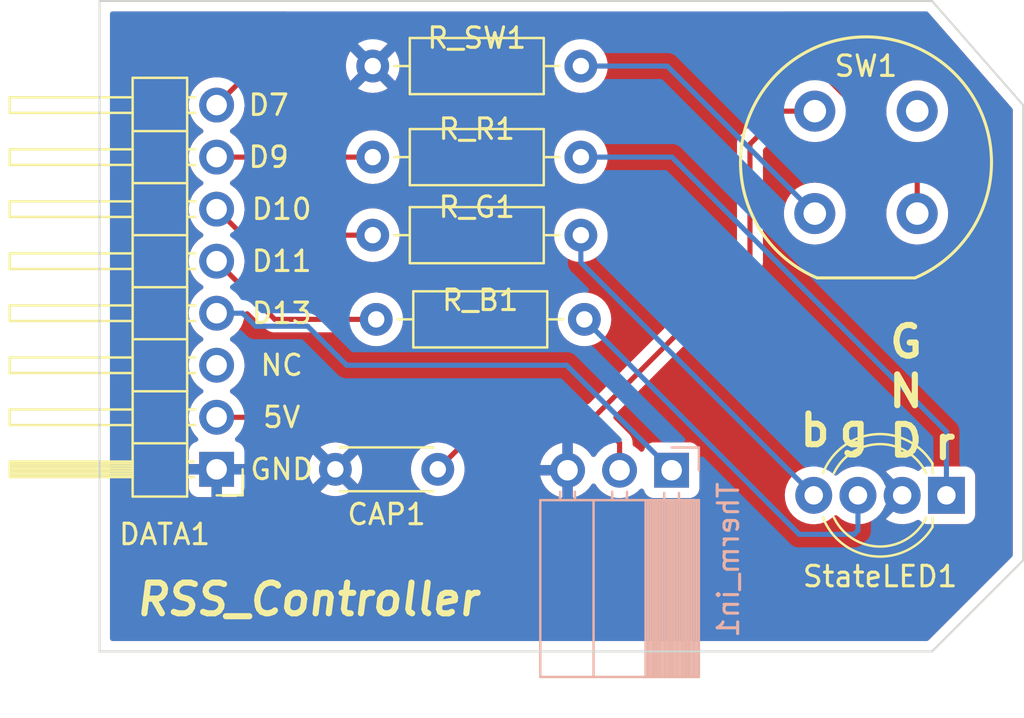
<source format=kicad_pcb>
(kicad_pcb (version 20211014) (generator pcbnew)
  (layers (0 "F.Cu" signal) (31 "B.Cu" signal) (34 "B.Paste" user) (35 "F.Paste" user) (36 "B.SilkS" user "B.Silkscreen") (37 "F.SilkS" user "F.Silkscreen") (38 "B.Mask" user) (39 "F.Mask" user) (44 "Edge.Cuts" user))
  (net 0 "")
  (net 1 "GND")
  (net 2 "+5V")
  (net 4 "D13(T)")
  (net 5 "D11(B)")
  (net 6 "D10(G)")
  (net 7 "D9(R)")
  (net 8 "D7(B)")
  (net 9 "Net-(R_B1-Pad1)")
  (net 10 "Net-(StateLED1-Pad4)")
  (net 11 "Net-(StateLED1-Pad1)")
  (net 12 "Net-(SW1-Pad3)")
  (footprint "LED_THT:LED_D5.0mm-4_RGB_Wide_Pins" (layer "F.Cu") (at 161.355 100.33 180)
    (fp_text reference "StateLED1" (at 3.2385 -3.96) (layer "F.SilkS"))
    (fp_text value "LED_RGBK")
    (fp_line (start 0.6785 -1.545) (end 0.6785 -1.08) (layer "F.SilkS") (width 0.12))
    (fp_line (start 0.6785 1.08) (end 0.6785 1.545) (layer "F.SilkS") (width 0.12))
    (fp_arc (start 6.026315 1.080827) (mid 3.496956 2.978808) (end 0.6785 1.54483) (layer "F.SilkS") (width 0.12))
    (fp_arc (start 0.983816 -1.08) (mid 3.238262 -2.5) (end 5.492979 -1.080429) (layer "F.SilkS") (width 0.12))
    (fp_arc (start 0.6785 -1.54483) (mid 3.496956 -2.978809) (end 6.026315 -1.080827) (layer "F.SilkS") (width 0.12))
    (fp_arc (start 5.492979 1.080429) (mid 3.238262 2.5) (end 0.983816 1.08) (layer "F.SilkS") (width 0.12))
    (pad "1" thru_hole rect (at 0 0 180) (size 1.8 1.8) (drill 0.9) (layers *.Cu *.Mask) (net 11 "Net-(StateLED1-Pad1)"))
    (pad "2" thru_hole circle (at 2.159 0 180) (size 1.8 1.8) (drill 0.9) (layers *.Cu *.Mask) (net 1 "GND"))
    (pad "3" thru_hole circle (at 4.318 0 180) (size 1.8 1.8) (drill 0.9) (layers *.Cu *.Mask) (net 9 "Net-(R_B1-Pad1)"))
    (pad "4" thru_hole circle (at 6.477 0 180) (size 1.8 1.8) (drill 0.9) (layers *.Cu *.Mask) (net 10 "Net-(StateLED1-Pad4)"))
  )
  (footprint "Resistor_THT:R_Axial_DIN0207_L6.3mm_D2.5mm_P10.16mm_Horizontal" (layer "F.Cu") (at 143.68 91.74 180)
    (fp_text reference "R_B1" (at 5.08 0.935) (layer "F.SilkS"))
    (fp_text value "220")
    (fp_line (start 9.12 0) (end 8.35 0) (layer "F.SilkS") (width 0.12))
    (fp_line (start 1.81 -1.37) (end 1.81 1.37) (layer "F.SilkS") (width 0.12))
    (fp_line (start 1.81 1.37) (end 8.35 1.37) (layer "F.SilkS") (width 0.12))
    (fp_line (start 8.35 -1.37) (end 1.81 -1.37) (layer "F.SilkS") (width 0.12))
    (fp_line (start 1.04 0) (end 1.81 0) (layer "F.SilkS") (width 0.12))
    (fp_line (start 8.35 1.37) (end 8.35 -1.37) (layer "F.SilkS") (width 0.12))
    (pad "1" thru_hole circle (at 0 0 180) (size 1.6 1.6) (drill 0.8) (layers *.Cu *.Mask) (net 9 "Net-(R_B1-Pad1)"))
    (pad "2" thru_hole oval (at 10.16 0 180) (size 1.6 1.6) (drill 0.8) (layers *.Cu *.Mask) (net 5 "D11(B)"))
  )
  (footprint "Resistor_THT:R_Axial_DIN0207_L6.3mm_D2.5mm_P10.16mm_Horizontal" (layer "F.Cu") (at 143.51 83.82 180)
    (fp_text reference "R_R1" (at 5.08 1.37) (layer "F.SilkS"))
    (fp_text value "220")
    (fp_line (start 1.81 -1.37) (end 1.81 1.37) (layer "F.SilkS") (width 0.12))
    (fp_line (start 8.35 -1.37) (end 1.81 -1.37) (layer "F.SilkS") (width 0.12))
    (fp_line (start 1.04 0) (end 1.81 0) (layer "F.SilkS") (width 0.12))
    (fp_line (start 1.81 1.37) (end 8.35 1.37) (layer "F.SilkS") (width 0.12))
    (fp_line (start 9.12 0) (end 8.35 0) (layer "F.SilkS") (width 0.12))
    (fp_line (start 8.35 1.37) (end 8.35 -1.37) (layer "F.SilkS") (width 0.12))
    (pad "1" thru_hole circle (at 0 0 180) (size 1.6 1.6) (drill 0.8) (layers *.Cu *.Mask) (net 11 "Net-(StateLED1-Pad1)"))
    (pad "2" thru_hole oval (at 10.16 0 180) (size 1.6 1.6) (drill 0.8) (layers *.Cu *.Mask) (net 7 "D9(R)"))
  )
  (footprint "Capacitor_THT:C_Disc_D4.3mm_W1.9mm_P5.00mm" (layer "F.Cu") (at 136.525 99.06 180)
    (fp_text reference "CAP1" (at 2.5 -2.2) (layer "F.SilkS"))
    (fp_text value "C_Small")
    (fp_line (start 0.23 1.07) (end 4.77 1.07) (layer "F.SilkS") (width 0.12))
    (fp_line (start 4.77 -1.07) (end 4.77 -1.055) (layer "F.SilkS") (width 0.12))
    (fp_line (start 0.23 -1.07) (end 0.23 -1.055) (layer "F.SilkS") (width 0.12))
    (fp_line (start 4.77 1.055) (end 4.77 1.07) (layer "F.SilkS") (width 0.12))
    (fp_line (start 0.23 1.055) (end 0.23 1.07) (layer "F.SilkS") (width 0.12))
    (fp_line (start 0.23 -1.07) (end 4.77 -1.07) (layer "F.SilkS") (width 0.12))
    (pad "1" thru_hole circle (at 0 0 180) (size 1.6 1.6) (drill 0.8) (layers *.Cu *.Mask) (net 2 "+5V"))
    (pad "2" thru_hole circle (at 5 0 180) (size 1.6 1.6) (drill 0.8) (layers *.Cu *.Mask) (net 1 "GND"))
  )
  (footprint "Button_Switch_THT:Push_E-Switch_KS01Q01" (layer "F.Cu") (at 154.93 81.576258)
    (fp_text reference "SW1" (at 2.496283 -2.201258) (layer "F.SilkS"))
    (fp_text value "SW_Push_Dual")
    (fp_line (start 4.89 8.14) (end 0.11 8.14) (layer "F.SilkS") (width 0.15))
    (fp_arc (start 0.11 8.14) (mid 2.496283 -3.625495) (end 4.896843 8.137095) (layer "F.SilkS") (width 0.15))
    (pad "1" thru_hole circle (at 0 0) (size 2 2) (drill 1.1) (layers *.Cu *.Mask) (net 2 "+5V"))
    (pad "2" thru_hole circle (at 5 0) (size 2 2) (drill 1.1) (layers *.Cu *.Mask))
    (pad "3" thru_hole circle (at 0 5) (size 2 2) (drill 1.1) (layers *.Cu *.Mask) (net 12 "Net-(SW1-Pad3)"))
    (pad "4" thru_hole circle (at 5 5) (size 2 2) (drill 1.1) (layers *.Cu *.Mask) (net 8 "D7(B)"))
  )
  (footprint "Connector_PinHeader_2.54mm:PinHeader_1x08_P2.54mm_Horizontal" (layer "F.Cu") (at 125.73 99.06 180)
    (fp_text reference "DATA1" (at 2.54 -3.175) (layer "F.SilkS"))
    (fp_text value "DATA")
    (fp_line (start 10.1 2.16) (end 10.1 2.92) (layer "F.SilkS") (width 0.12))
    (fp_line (start 4.1 0.04) (end 10.1 0.04) (layer "F.SilkS") (width 0.12))
    (fp_line (start 4.1 19.11) (end 4.1 -1.33) (layer "F.SilkS") (width 0.12))
    (fp_line (start 1.042929 13.08) (end 1.44 13.08) (layer "F.SilkS") (width 0.12))
    (fp_line (start 1.11 0.38) (end 1.44 0.38) (layer "F.SilkS") (width 0.12))
    (fp_line (start 4.1 -0.32) (end 10.1 -0.32) (layer "F.SilkS") (width 0.12))
    (fp_line (start 10.1 2.92) (end 4.1 2.92) (layer "F.SilkS") (width 0.12))
    (fp_line (start 10.1 9.78) (end 10.1 10.54) (layer "F.SilkS") (width 0.12))
    (fp_line (start 10.1 4.7) (end 10.1 5.46) (layer "F.SilkS") (width 0.12))
    (fp_line (start 10.1 12.32) (end 10.1 13.08) (layer "F.SilkS") (width 0.12))
    (fp_line (start 1.042929 15.62) (end 1.44 15.62) (layer "F.SilkS") (width 0.12))
    (fp_line (start 1.44 -1.33) (end 1.44 19.11) (layer "F.SilkS") (width 0.12))
    (fp_line (start 1.042929 7.24) (end 1.44 7.24) (layer "F.SilkS") (width 0.12))
    (fp_line (start 1.44 1.27) (end 4.1 1.27) (layer "F.SilkS") (width 0.12))
    (fp_line (start 1.11 -0.38) (end 1.44 -0.38) (layer "F.SilkS") (width 0.12))
    (fp_line (start 10.1 7.24) (end 10.1 8) (layer "F.SilkS") (width 0.12))
    (fp_line (start -1.27 0) (end -1.27 -1.27) (layer "F.SilkS") (width 0.12))
    (fp_line (start 4.1 2.16) (end 10.1 2.16) (layer "F.SilkS") (width 0.12))
    (fp_line (start 1.042929 2.92) (end 1.44 2.92) (layer "F.SilkS") (width 0.12))
    (fp_line (start 4.1 4.7) (end 10.1 4.7) (layer "F.SilkS") (width 0.12))
    (fp_line (start 10.1 18.16) (end 4.1 18.16) (layer "F.SilkS") (width 0.12))
    (fp_line (start 4.1 9.78) (end 10.1 9.78) (layer "F.SilkS") (width 0.12))
    (fp_line (start 1.042929 8) (end 1.44 8) (layer "F.SilkS") (width 0.12))
    (fp_line (start 1.042929 5.46) (end 1.44 5.46) (layer "F.SilkS") (width 0.12))
    (fp_line (start 1.44 16.51) (end 4.1 16.51) (layer "F.SilkS") (width 0.12))
    (fp_line (start 10.1 0.38) (end 4.1 0.38) (layer "F.SilkS") (width 0.12))
    (fp_line (start 1.44 19.11) (end 4.1 19.11) (layer "F.SilkS") (width 0.12))
    (fp_line (start 10.1 5.46) (end 4.1 5.46) (layer "F.SilkS") (width 0.12))
    (fp_line (start 4.1 17.4) (end 10.1 17.4) (layer "F.SilkS") (width 0.12))
    (fp_line (start 4.1 14.86) (end 10.1 14.86) (layer "F.SilkS") (width 0.12))
    (fp_line (start 1.042929 17.4) (end 1.44 17.4) (layer "F.SilkS") (width 0.12))
    (fp_line (start 1.042929 4.7) (end 1.44 4.7) (layer "F.SilkS") (width 0.12))
    (fp_line (start 4.1 -0.38) (end 10.1 -0.38) (layer "F.SilkS") (width 0.12))
    (fp_line (start -1.27 -1.27) (end 0 -1.27) (layer "F.SilkS") (width 0.12))
    (fp_line (start 4.1 12.32) (end 10.1 12.32) (layer "F.SilkS") (width 0.12))
    (fp_line (start 10.1 10.54) (end 4.1 10.54) (layer "F.SilkS") (width 0.12))
    (fp_line (start 10.1 14.86) (end 10.1 15.62) (layer "F.SilkS") (width 0.12))
    (fp_line (start 4.1 -0.2) (end 10.1 -0.2) (layer "F.SilkS") (width 0.12))
    (fp_line (start 10.1 17.4) (end 10.1 18.16) (layer "F.SilkS") (width 0.12))
    (fp_line (start 1.042929 18.16) (end 1.44 18.16) (layer "F.SilkS") (width 0.12))
    (fp_line (start 1.042929 10.54) (end 1.44 10.54) (layer "F.SilkS") (width 0.12))
    (fp_line (start 4.1 0.16) (end 10.1 0.16) (layer "F.SilkS") (width 0.12))
    (fp_line (start 4.1 0.28) (end 10.1 0.28) (layer "F.SilkS") (width 0.12))
    (fp_line (start 1.44 11.43) (end 4.1 11.43) (layer "F.SilkS") (width 0.12))
    (fp_line (start 1.44 3.81) (end 4.1 3.81) (layer "F.SilkS") (width 0.12))
    (fp_line (start 4.1 -0.08) (end 10.1 -0.08) (layer "F.SilkS") (width 0.12))
    (fp_line (start 4.1 -1.33) (end 1.44 -1.33) (layer "F.SilkS") (width 0.12))
    (fp_line (start 10.1 13.08) (end 4.1 13.08) (layer "F.SilkS") (width 0.12))
    (fp_line (start 1.042929 14.86) (end 1.44 14.86) (layer "F.SilkS") (width 0.12))
    (fp_line (start 10.1 -0.38) (end 10.1 0.38) (layer "F.SilkS") (width 0.12))
    (fp_line (start 1.042929 12.32) (end 1.44 12.32) (layer "F.SilkS") (width 0.12))
    (fp_line (start 4.1 7.24) (end 10.1 7.24) (layer "F.SilkS") (width 0.12))
    (fp_line (start 10.1 8) (end 4.1 8) (layer "F.SilkS") (width 0.12))
    (fp_line (start 1.042929 2.16) (end 1.44 2.16) (layer "F.SilkS") (width 0.12))
    (fp_line (start 1.44 13.97) (end 4.1 13.97) (layer "F.SilkS") (width 0.12))
    (fp_line (start 1.44 8.89) (end 4.1 8.89) (layer "F.SilkS") (width 0.12))
    (fp_line (start 1.042929 9.78) (end 1.44 9.78) (layer "F.SilkS") (width 0.12))
    (fp_line (start 10.1 15.62) (end 4.1 15.62) (layer "F.SilkS") (width 0.12))
    (fp_line (start 1.44 6.35) (end 4.1 6.35) (layer "F.SilkS") (width 0.12))
    (pad "1" thru_hole rect (at 0 0 180) (size 1.7 1.7) (drill 1) (layers *.Cu *.Mask) (net 1 "GND"))
    (pad "2" thru_hole oval (at 0 2.54 180) (size 1.7 1.7) (drill 1) (layers *.Cu *.Mask) (net 2 "+5V"))
    (pad "3" thru_hole oval (at 0 5.08 180) (size 1.7 1.7) (drill 1) (layers *.Cu *.Mask))
    (pad "4" thru_hole oval (at 0 7.62 180) (size 1.7 1.7) (drill 1) (layers *.Cu *.Mask) (net 4 "D13(T)"))
    (pad "5" thru_hole oval (at 0 10.16 180) (size 1.7 1.7) (drill 1) (layers *.Cu *.Mask) (net 5 "D11(B)"))
    (pad "6" thru_hole oval (at 0 12.7 180) (size 1.7 1.7) (drill 1) (layers *.Cu *.Mask) (net 6 "D10(G)"))
    (pad "7" thru_hole oval (at 0 15.24 180) (size 1.7 1.7) (drill 1) (layers *.Cu *.Mask) (net 7 "D9(R)"))
    (pad "8" thru_hole oval (at 0 17.78 180) (size 1.7 1.7) (drill 1) (layers *.Cu *.Mask) (net 8 "D7(B)"))
  )
  (footprint "Resistor_THT:R_Axial_DIN0207_L6.3mm_D2.5mm_P10.16mm_Horizontal" (layer "F.Cu") (at 133.35 79.375)
    (fp_text reference "R_SW1" (at 5.08 -1.37) (layer "F.SilkS"))
    (fp_text value "10K")
    (fp_line (start 8.35 -1.37) (end 1.81 -1.37) (layer "F.SilkS") (width 0.12))
    (fp_line (start 9.12 0) (end 8.35 0) (layer "F.SilkS") (width 0.12))
    (fp_line (start 1.81 -1.37) (end 1.81 1.37) (layer "F.SilkS") (width 0.12))
    (fp_line (start 1.04 0) (end 1.81 0) (layer "F.SilkS") (width 0.12))
    (fp_line (start 8.35 1.37) (end 8.35 -1.37) (layer "F.SilkS") (width 0.12))
    (fp_line (start 1.81 1.37) (end 8.35 1.37) (layer "F.SilkS") (width 0.12))
    (pad "1" thru_hole circle (at 0 0) (size 1.6 1.6) (drill 0.8) (layers *.Cu *.Mask) (net 1 "GND"))
    (pad "2" thru_hole oval (at 10.16 0) (size 1.6 1.6) (drill 0.8) (layers *.Cu *.Mask) (net 12 "Net-(SW1-Pad3)"))
  )
  (footprint "Resistor_THT:R_Axial_DIN0207_L6.3mm_D2.5mm_P10.16mm_Horizontal" (layer "F.Cu") (at 143.51 87.63 180)
    (fp_text reference "R_G1" (at 5.08 1.37) (layer "F.SilkS"))
    (fp_text value "220")
    (fp_line (start 1.81 -1.37) (end 1.81 1.37) (layer "F.SilkS") (width 0.12))
    (fp_line (start 9.12 0) (end 8.35 0) (layer "F.SilkS") (width 0.12))
    (fp_line (start 8.35 1.37) (end 8.35 -1.37) (layer "F.SilkS") (width 0.12))
    (fp_line (start 1.04 0) (end 1.81 0) (layer "F.SilkS") (width 0.12))
    (fp_line (start 8.35 -1.37) (end 1.81 -1.37) (layer "F.SilkS") (width 0.12))
    (fp_line (start 1.81 1.37) (end 8.35 1.37) (layer "F.SilkS") (width 0.12))
    (pad "1" thru_hole circle (at 0 0 180) (size 1.6 1.6) (drill 0.8) (layers *.Cu *.Mask) (net 10 "Net-(StateLED1-Pad4)"))
    (pad "2" thru_hole oval (at 10.16 0 180) (size 1.6 1.6) (drill 0.8) (layers *.Cu *.Mask) (net 6 "D10(G)"))
  )
  (footprint "Connector_PinSocket_2.54mm:PinSocket_1x03_P2.54mm_Horizontal" (layer "B.Cu") (at 147.94 99.105 90)
    (fp_text reference "Therm_in1" (at -4.38 2.77 90) (layer "B.SilkS") (effects (justify mirror)))
    (fp_text value "Conn_01x03_Female")
    (fp_line (start -1.46 -5.44) (end -1.05 -5.44) (layer "B.SilkS") (width 0.12))
    (fp_line (start -10.09 -0.797615) (end -1.46 -0.797615) (layer "B.SilkS") (width 0.12))
    (fp_line (start -10.09 -6.41) (end -1.46 -6.41) (layer "B.SilkS") (width 0.12))
    (fp_line (start -10.09 -0.561425) (end -1.46 -0.561425) (layer "B.SilkS") (width 0.12))
    (fp_line (start -10.09 0.619525) (end -1.46 0.619525) (layer "B.SilkS") (width 0.12))
    (fp_line (start -10.09 -0.91571) (end -1.46 -0.91571) (layer "B.SilkS") (width 0.12))
    (fp_line (start -10.09 1.33) (end -1.46 1.33) (layer "B.SilkS") (width 0.12))
    (fp_line (start -10.09 0.02905) (end -1.46 0.02905) (layer "B.SilkS") (width 0.12))
    (fp_line (start -10.09 0.50143) (end -1.46 0.50143) (layer "B.SilkS") (width 0.12))
    (fp_line (start -10.09 0.97381) (end -1.46 0.97381) (layer "B.SilkS") (width 0.12))
    (fp_line (start -1.46 1.33) (end -1.46 -6.41) (layer "B.SilkS") (width 0.12))
    (fp_line (start -1.46 0.36) (end -1.11 0.36) (layer "B.SilkS") (width 0.12))
    (fp_line (start -10.09 0.855715) (end -1.46 0.855715) (layer "B.SilkS") (width 0.12))
    (fp_line (start -10.09 -3.81) (end -1.46 -3.81) (layer "B.SilkS") (width 0.12))
    (fp_line (start -10.09 1.33) (end -10.09 -6.41) (layer "B.SilkS") (width 0.12))
    (fp_line (start -1.46 -0.36) (end -1.11 -0.36) (layer "B.SilkS") (width 0.12))
    (fp_line (start 1.11 1.33) (end 1.11 0) (layer "B.SilkS") (width 0.12))
    (fp_line (start -10.09 0.26524) (end -1.46 0.26524) (layer "B.SilkS") (width 0.12))
    (fp_line (start -10.09 -1.033805) (end -1.46 -1.033805) (layer "B.SilkS") (width 0.12))
    (fp_line (start -10.09 0.73762) (end -1.46 0.73762) (layer "B.SilkS") (width 0.12))
    (fp_line (start -1.46 -4.72) (end -1.05 -4.72) (layer "B.SilkS") (width 0.12))
    (fp_line (start -10.09 -0.67952) (end -1.46 -0.67952) (layer "B.SilkS") (width 0.12))
    (fp_line (start -10.09 -0.089045) (end -1.46 -0.089045) (layer "B.SilkS") (width 0.12))
    (fp_line (start -10.09 0.383335) (end -1.46 0.383335) (layer "B.SilkS") (width 0.12))
    (fp_line (start -10.09 -0.20714) (end -1.46 -0.20714) (layer "B.SilkS") (width 0.12))
    (fp_line (start -10.09 1.21) (end -1.46 1.21) (layer "B.SilkS") (width 0.12))
    (fp_line (start 0 1.33) (end 1.11 1.33) (layer "B.SilkS") (width 0.12))
    (fp_line (start -10.09 -0.44333) (end -1.46 -0.44333) (layer "B.SilkS") (width 0.12))
    (fp_line (start -10.09 1.091905) (end -1.46 1.091905) (layer "B.SilkS") (width 0.12))
    (fp_line (start -1.46 -2.9) (end -1.05 -2.9) (layer "B.SilkS") (width 0.12))
    (fp_line (start -10.09 -1.1519) (end -1.46 -1.1519) (layer "B.SilkS") (width 0.12))
    (fp_line (start -1.46 -2.18) (end -1.05 -2.18) (layer "B.SilkS") (width 0.12))
    (fp_line (start -10.09 -0.325235) (end -1.46 -0.325235) (layer "B.SilkS") (width 0.12))
    (fp_line (start -10.09 0.147145) (end -1.46 0.147145) (layer "B.SilkS") (width 0.12))
    (fp_line (start -10.09 -1.27) (end -1.46 -1.27) (layer "B.SilkS") (width 0.12))
    (pad "1" thru_hole rect (at 0 0 90) (size 1.7 1.7) (drill 1) (layers *.Cu *.Mask) (net 4 "D13(T)"))
    (pad "2" thru_hole oval (at 0 -2.54 90) (size 1.7 1.7) (drill 1) (layers *.Cu *.Mask) (net 2 "+5V"))
    (pad "3" thru_hole oval (at 0 -5.08 90) (size 1.7 1.7) (drill 1) (layers *.Cu *.Mask) (net 1 "GND"))
  )
  (gr_line (start 165.1 81.28) (end 165.1 103.505) (layer "Edge.Cuts") (width 0.1))
  (gr_line (start 160.655 107.95) (end 120.015 107.95) (layer "Edge.Cuts") (width 0.1))
  (gr_line (start 120.015 76.2) (end 160.655 76.2) (layer "Edge.Cuts") (width 0.1))
  (gr_line (start 120.015 107.95) (end 120.015 76.2) (layer "Edge.Cuts") (width 0.1))
  (gr_line (start 165.1 103.505) (end 160.655 107.95) (layer "Edge.Cuts") (width 0.1))
  (gr_line (start 160.655 76.2) (end 165.1 81.28) (layer "Edge.Cuts") (width 0.1))
  (gr_text "5V" (at 128.905 96.52) (layer "F.SilkS") (effects (font (size 1 1))))
  (gr_text "NC" (at 128.905 93.98) (layer "F.SilkS") (effects (font (size 1 1))))
  (gr_text "G\nN\nD" (at 159.385 95.25) (layer "F.SilkS") (effects (font (size 1.5 1.5) (thickness 0.3))))
  (gr_text "D11" (at 128.905 88.9) (layer "F.SilkS") (effects (font (size 1 1))))
  (gr_text "D7" (at 128.27 81.28) (layer "F.SilkS") (effects (font (size 1 1))))
  (gr_text "g" (at 156.845 97.155) (layer "F.SilkS") (effects (font (size 1.5 1.5) (thickness 0.3))))
  (gr_text "r" (at 161.29 97.79) (layer "F.SilkS") (effects (font (size 1.5 1.5) (thickness 0.3))))
  (gr_text "D10" (at 128.905 86.36) (layer "F.SilkS") (effects (font (size 1 1))))
  (gr_text "GND" (at 128.905 99.06) (layer "F.SilkS") (effects (font (size 1 1))))
  (gr_text "D9" (at 128.27 83.82) (layer "F.SilkS") (effects (font (size 1 1))))
  (gr_text "RSS_Controller" (at 130.175 105.41) (layer "F.SilkS") (effects (font (size 1.5 1.5) (thickness 0.3) italic)))
  (gr_text "b" (at 154.94 97.155) (layer "F.SilkS") (effects (font (size 1.5 1.5) (thickness 0.3))))
  (gr_text "D13" (at 128.905 91.44) (layer "F.SilkS") (effects (font (size 1 1))))
  (segment (start 144.145 96.52) (end 145.4 97.775) (width 0.25) (layer "F.Cu") (net 2))
  (segment (start 144.145 96.52) (end 151.765 88.9) (width 0.25) (layer "F.Cu") (net 2))
  (segment (start 125.73 96.52) (end 139.065 96.52) (width 0.25) (layer "F.Cu") (net 2))
  (segment (start 151.765 88.9) (end 151.765 83.185) (width 0.25) (layer "F.Cu") (net 2))
  (segment (start 136.525 99.06) (end 139.065 96.52) (width 0.25) (layer "F.Cu") (net 2))
  (segment (start 153.373742 81.576258) (end 154.93 81.576258) (width 0.25) (layer "F.Cu") (net 2))
  (segment (start 145.4 97.775) (end 145.4 99.105) (width 0.25) (layer "F.Cu") (net 2))
  (segment (start 151.765 83.185) (end 153.373742 81.576258) (width 0.25) (layer "F.Cu") (net 2))
  (segment (start 139.065 96.52) (end 144.145 96.52) (width 0.25) (layer "F.Cu") (net 2))
  (segment (start 132.08 93.98) (end 130.175 92.075) (width 0.25) (layer "B.Cu") (net 4))
  (segment (start 130.175 92.075) (end 127.635 92.075) (width 0.25) (layer "B.Cu") (net 4))
  (segment (start 127 91.44) (end 125.73 91.44) (width 0.25) (layer "B.Cu") (net 4))
  (segment (start 147.94 99.105) (end 142.815 93.98) (width 0.25) (layer "B.Cu") (net 4))
  (segment (start 127.635 92.075) (end 127 91.44) (width 0.25) (layer "B.Cu") (net 4))
  (segment (start 142.815 93.98) (end 132.08 93.98) (width 0.25) (layer "B.Cu") (net 4))
  (segment (start 128.57 91.74) (end 133.52 91.74) (width 0.25) (layer "F.Cu") (net 5))
  (segment (start 125.73 88.9) (end 128.57 91.74) (width 0.25) (layer "F.Cu") (net 5))
  (segment (start 133.35 87.63) (end 127 87.63) (width 0.25) (layer "F.Cu") (net 6))
  (segment (start 127 87.63) (end 125.73 86.36) (width 0.25) (layer "F.Cu") (net 6))
  (segment (start 125.73 83.82) (end 133.35 83.82) (width 0.25) (layer "F.Cu") (net 7))
  (segment (start 159.93 84.365) (end 153.035 77.47) (width 0.25) (layer "F.Cu") (net 8))
  (segment (start 159.93 86.576258) (end 159.93 84.365) (width 0.25) (layer "F.Cu") (net 8))
  (segment (start 153.035 77.47) (end 129.54 77.47) (width 0.25) (layer "F.Cu") (net 8))
  (segment (start 129.54 77.47) (end 125.73 81.28) (width 0.25) (layer "F.Cu") (net 8))
  (segment (start 154.175 102.235) (end 156.845 102.235) (width 0.25) (layer "B.Cu") (net 9))
  (segment (start 143.68 91.74) (end 154.175 102.235) (width 0.25) (layer "B.Cu") (net 9))
  (segment (start 156.845 102.235) (end 157.037 102.043) (width 0.25) (layer "B.Cu") (net 9))
  (segment (start 157.037 102.043) (end 157.037 100.33) (width 0.25) (layer "B.Cu") (net 9))
  (segment (start 143.51 87.63) (end 143.51 88.962) (width 0.25) (layer "B.Cu") (net 10))
  (segment (start 143.51 88.962) (end 154.878 100.33) (width 0.25) (layer "B.Cu") (net 10))
  (segment (start 161.355 100.33) (end 161.355 97.22) (width 0.25) (layer "B.Cu") (net 11))
  (segment (start 147.955 83.82) (end 143.51 83.82) (width 0.25) (layer "B.Cu") (net 11))
  (segment (start 161.355 97.22) (end 147.955 83.82) (width 0.25) (layer "B.Cu") (net 11))
  (segment (start 154.93 86.576258) (end 147.728742 79.375) (width 0.25) (layer "B.Cu") (net 12))
  (segment (start 147.728742 79.375) (end 143.51 79.375) (width 0.25) (layer "B.Cu") (net 12))
  (zone (net 1) (net_name "GND") (layers F&B.Cu) (connect_pads (clearance 0.508)) (min_thickness 0.254) (fill yes (thermal_gap 0.508) (thermal_bridge_width 0.508))
    (polygon (pts (xy 165.1 81.28) (xy 165.1 103.505) (xy 160.655 107.95) (xy 120.015 107.95) (xy 120.015 76.2) (xy 160.655 76.2)))
  )
)
</source>
